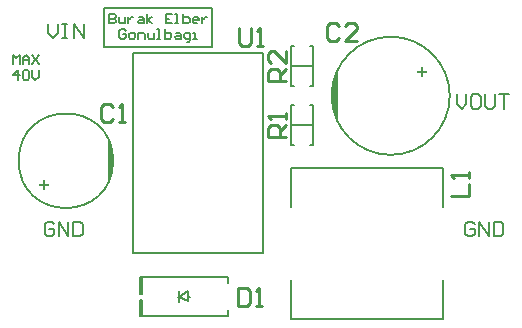
<source format=gto>
G04*
G04 #@! TF.GenerationSoftware,Altium Limited,Altium Designer,22.2.1 (43)*
G04*
G04 Layer_Color=65535*
%FSLAX25Y25*%
%MOIN*%
G70*
G04*
G04 #@! TF.SameCoordinates,5D5B1899-6389-410F-A5DA-9F547DEB4AAD*
G04*
G04*
G04 #@! TF.FilePolarity,Positive*
G04*
G01*
G75*
%ADD10C,0.00787*%
%ADD11C,0.00591*%
%ADD12C,0.00827*%
%ADD13C,0.01000*%
G36*
X425690Y311773D02*
X426053Y310994D01*
X426606Y309366D01*
X426978Y307687D01*
X427165Y305978D01*
Y304258D01*
X426978Y302549D01*
X426606Y300870D01*
X426053Y299242D01*
X425690Y298463D01*
X425690Y298463D01*
X425690Y311773D01*
D02*
G37*
G36*
X501844Y318452D02*
X501390Y319426D01*
X500699Y321462D01*
X500234Y323560D01*
X500000Y325697D01*
Y327846D01*
X500234Y329983D01*
X500699Y332082D01*
X501390Y334117D01*
X501844Y335091D01*
D01*
Y318452D01*
D02*
G37*
G36*
X530300Y335061D02*
X531671D01*
Y334485D01*
X530300D01*
Y333100D01*
X529717D01*
Y334485D01*
X528346D01*
Y335061D01*
X529717D01*
Y336432D01*
X530300D01*
Y335061D01*
D02*
G37*
G36*
X404338Y297405D02*
X405709D01*
Y296829D01*
X404338D01*
Y295458D01*
X403755D01*
Y296829D01*
X402384D01*
Y297405D01*
X403755D01*
Y298790D01*
X404338D01*
Y297405D01*
D02*
G37*
D10*
X539370Y326772D02*
G03*
X539370Y326772I-19685J0D01*
G01*
X501844Y335091D02*
G03*
X501844Y318452I17841J-8319D01*
G01*
X425690Y298463D02*
G03*
X425690Y311773I-14273J6655D01*
G01*
X427165Y305118D02*
G03*
X427165Y305118I-15748J0D01*
G01*
X501844Y318452D02*
Y335091D01*
X486614Y302756D02*
X537008D01*
X486614Y252362D02*
X537008D01*
X486614Y289764D02*
Y302756D01*
X537008Y289764D02*
Y302756D01*
X486614Y252362D02*
Y265354D01*
X537008Y252362D02*
Y265354D01*
X436024Y253343D02*
X465287D01*
Y255217D01*
X436024Y253343D02*
Y258842D01*
X465287Y264469D02*
Y266342D01*
X436024Y258842D02*
X436787D01*
Y253343D02*
Y258842D01*
Y260842D02*
Y266342D01*
X436024Y260842D02*
X436787D01*
X436024Y266342D02*
X465287D01*
X436024Y260842D02*
Y266342D01*
X449213Y257874D02*
Y261811D01*
Y259842D02*
X451968Y258268D01*
X449213Y259842D02*
X451968Y261811D01*
Y258268D02*
Y261811D01*
X448819Y259842D02*
X449213D01*
X451968D02*
X452756D01*
X433650Y274260D02*
Y340874D01*
Y274260D02*
X477193D01*
Y340874D01*
X433650D02*
X477193D01*
X425690Y298463D02*
Y311773D01*
D11*
X460236Y342913D02*
Y355906D01*
X424213Y342913D02*
X460236D01*
X424213D02*
Y355906D01*
X460236D01*
X486614Y316929D02*
X493701D01*
X486614Y310236D02*
X487402D01*
X486614D02*
Y323622D01*
X487402D01*
X492913Y310236D02*
X493701D01*
Y323622D01*
X492913D02*
X493701D01*
X486614Y336614D02*
X493701D01*
X486614Y329921D02*
X487402D01*
X486614D02*
Y343307D01*
X487402D01*
X492913Y329921D02*
X493701D01*
Y343307D01*
X492913D02*
X493701D01*
X425858Y354079D02*
Y350930D01*
X427433D01*
X427957Y351455D01*
Y351980D01*
X427433Y352504D01*
X425858D01*
X427433D01*
X427957Y353029D01*
Y353554D01*
X427433Y354079D01*
X425858D01*
X429007Y353029D02*
Y351455D01*
X429532Y350930D01*
X431106D01*
Y353029D01*
X432156D02*
Y350930D01*
Y351980D01*
X432680Y352504D01*
X433205Y353029D01*
X433730D01*
X435829D02*
X436878D01*
X437403Y352504D01*
Y350930D01*
X435829D01*
X435304Y351455D01*
X435829Y351980D01*
X437403D01*
X438453Y350930D02*
Y354079D01*
Y351980D02*
X440027Y353029D01*
X438453Y351980D02*
X440027Y350930D01*
X446849Y354079D02*
X444750D01*
Y350930D01*
X446849D01*
X444750Y352504D02*
X445799D01*
X447898Y350930D02*
X448948D01*
X448423D01*
Y354079D01*
X447898D01*
X450522D02*
Y350930D01*
X452097D01*
X452621Y351455D01*
Y351980D01*
Y352504D01*
X452097Y353029D01*
X450522D01*
X455245Y350930D02*
X454196D01*
X453671Y351455D01*
Y352504D01*
X454196Y353029D01*
X455245D01*
X455770Y352504D01*
Y351980D01*
X453671D01*
X456819Y353029D02*
Y350930D01*
Y351980D01*
X457344Y352504D01*
X457869Y353029D01*
X458394D01*
X431368Y348358D02*
X430843Y348883D01*
X429794D01*
X429269Y348358D01*
Y346259D01*
X429794Y345735D01*
X430843D01*
X431368Y346259D01*
Y347309D01*
X430319D01*
X432943Y345735D02*
X433992D01*
X434517Y346259D01*
Y347309D01*
X433992Y347834D01*
X432943D01*
X432418Y347309D01*
Y346259D01*
X432943Y345735D01*
X435566D02*
Y347834D01*
X437141D01*
X437666Y347309D01*
Y345735D01*
X438715Y347834D02*
Y346259D01*
X439240Y345735D01*
X440814D01*
Y347834D01*
X441864Y345735D02*
X442913D01*
X442388D01*
Y348883D01*
X441864D01*
X444487D02*
Y345735D01*
X446062D01*
X446587Y346259D01*
Y346784D01*
Y347309D01*
X446062Y347834D01*
X444487D01*
X448161D02*
X449210D01*
X449735Y347309D01*
Y345735D01*
X448161D01*
X447636Y346259D01*
X448161Y346784D01*
X449735D01*
X451834Y344685D02*
X452359D01*
X452884Y345210D01*
Y347834D01*
X451309D01*
X450785Y347309D01*
Y346259D01*
X451309Y345735D01*
X452884D01*
X453933D02*
X454983D01*
X454458D01*
Y347834D01*
X453933D01*
X393898Y337282D02*
Y340431D01*
X394947Y339381D01*
X395997Y340431D01*
Y337282D01*
X397046D02*
Y339381D01*
X398096Y340431D01*
X399145Y339381D01*
Y337282D01*
Y338857D01*
X397046D01*
X400195Y340431D02*
X402294Y337282D01*
Y340431D02*
X400195Y337282D01*
X395472Y332087D02*
Y335235D01*
X393898Y333661D01*
X395997D01*
X397046Y334710D02*
X397571Y335235D01*
X398621D01*
X399145Y334710D01*
Y332611D01*
X398621Y332087D01*
X397571D01*
X397046Y332611D01*
Y334710D01*
X400195Y335235D02*
Y333136D01*
X401244Y332087D01*
X402294Y333136D01*
Y335235D01*
D12*
X541772Y327203D02*
Y324055D01*
X543346Y322480D01*
X544920Y324055D01*
Y327203D01*
X548856D02*
X547282D01*
X546494Y326416D01*
Y323268D01*
X547282Y322480D01*
X548856D01*
X549643Y323268D01*
Y326416D01*
X548856Y327203D01*
X551217D02*
Y323268D01*
X552005Y322480D01*
X553579D01*
X554366Y323268D01*
Y327203D01*
X555940D02*
X559089D01*
X557515D01*
Y322480D01*
X547676Y283896D02*
X546889Y284683D01*
X545315D01*
X544527Y283896D01*
Y280748D01*
X545315Y279961D01*
X546889D01*
X547676Y280748D01*
Y282322D01*
X546102D01*
X549250Y279961D02*
Y284683D01*
X552399Y279961D01*
Y284683D01*
X553973D02*
Y279961D01*
X556335D01*
X557122Y280748D01*
Y283896D01*
X556335Y284683D01*
X553973D01*
X407519Y283896D02*
X406732Y284683D01*
X405157D01*
X404370Y283896D01*
Y280748D01*
X405157Y279961D01*
X406732D01*
X407519Y280748D01*
Y282322D01*
X405944D01*
X409093Y279961D02*
Y284683D01*
X412242Y279961D01*
Y284683D01*
X413816D02*
Y279961D01*
X416177D01*
X416964Y280748D01*
Y283896D01*
X416177Y284683D01*
X413816D01*
X405551Y350825D02*
Y347677D01*
X407126Y346102D01*
X408700Y347677D01*
Y350825D01*
X410274D02*
X411848D01*
X411061D01*
Y346102D01*
X410274D01*
X411848D01*
X414210D02*
Y350825D01*
X417358Y346102D01*
Y350825D01*
D13*
X502544Y350031D02*
X501544Y351030D01*
X499545D01*
X498545Y350031D01*
Y346032D01*
X499545Y345033D01*
X501544D01*
X502544Y346032D01*
X508542Y345033D02*
X504543D01*
X508542Y349031D01*
Y350031D01*
X507542Y351030D01*
X505543D01*
X504543Y350031D01*
X539914Y293245D02*
X545912D01*
Y297244D01*
Y299243D02*
Y301243D01*
Y300243D01*
X539914D01*
X540914Y299243D01*
X468700Y262798D02*
Y256800D01*
X471699D01*
X472699Y257800D01*
Y261798D01*
X471699Y262798D01*
X468700D01*
X474698Y256800D02*
X476697D01*
X475698D01*
Y262798D01*
X474698Y261798D01*
X484875Y312900D02*
X478877D01*
Y315899D01*
X479876Y316899D01*
X481876D01*
X482875Y315899D01*
Y312900D01*
Y314899D02*
X484875Y316899D01*
Y318898D02*
Y320897D01*
Y319898D01*
X478877D01*
X479876Y318898D01*
X484875Y331600D02*
X478877D01*
Y334599D01*
X479876Y335599D01*
X481876D01*
X482875Y334599D01*
Y331600D01*
Y333599D02*
X484875Y335599D01*
Y341597D02*
Y337598D01*
X480876Y341597D01*
X479876D01*
X478877Y340597D01*
Y338598D01*
X479876Y337598D01*
X469230Y349456D02*
Y344457D01*
X470229Y343458D01*
X472229D01*
X473228Y344457D01*
Y349456D01*
X475228Y343458D02*
X477227D01*
X476227D01*
Y349456D01*
X475228Y348456D01*
X427165Y322866D02*
X426166Y323865D01*
X424166D01*
X423167Y322866D01*
Y318867D01*
X424166Y317867D01*
X426166D01*
X427165Y318867D01*
X429165Y317867D02*
X431164D01*
X430164D01*
Y323865D01*
X429165Y322866D01*
M02*

</source>
